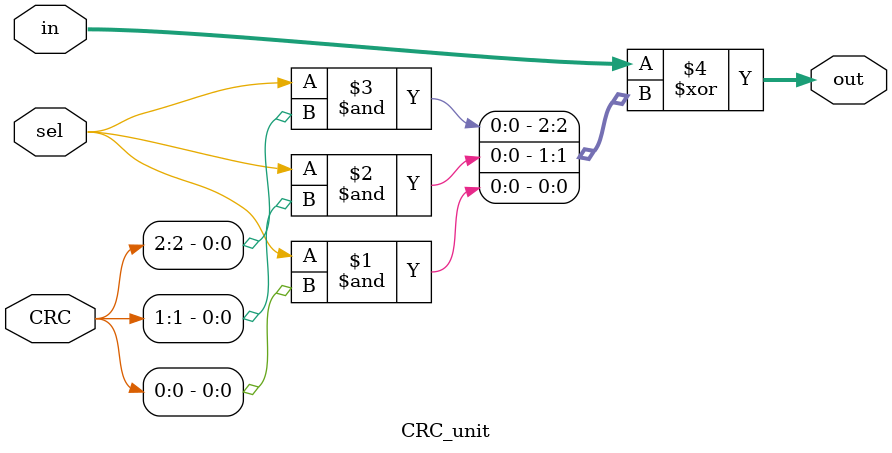
<source format=v>
module CRC_unit
#(
    parameter   BW = 3
)
(
    output      [BW-1:0] out,
    input       [BW-1:0] in, CRC, 
    input                sel
);

    wire [BW-1:0] temp;

/*     reg [BW-1:0] mux_out;
    
    always @(*) begin
        if (sel == 1'b0) begin
            mux_out = 3'b000;
        end
        else begin
            mux_out = CRC;
        end
    end */

    assign out = in ^ {sel & CRC[2],sel & CRC[1],sel & CRC[0]};
endmodule
</source>
